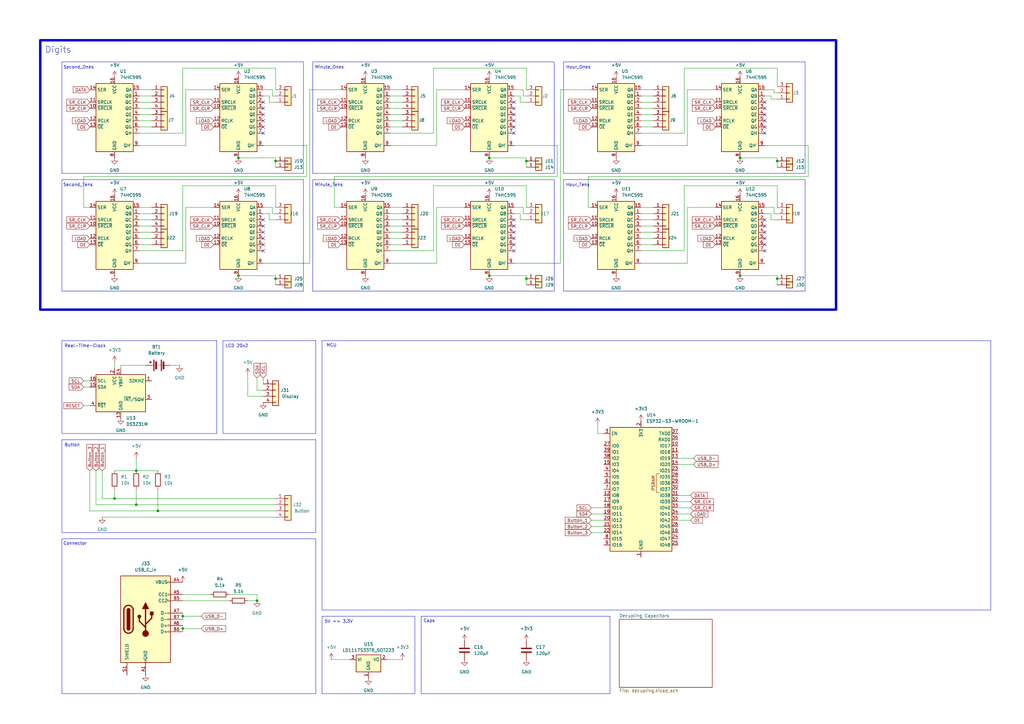
<source format=kicad_sch>
(kicad_sch (version 20231120) (generator "eeschema") (generator_version "8.0")
  (paper "A3")
  (junction (at 303.53 113.03))
  (junction (at 318.77 66.04))
  (junction (at 97.79 113.03))
  (junction (at 318.77 114.3))
  (junction (at 200.66 64.77))
  (junction (at 55.88 207.01))
  (junction (at 113.03 66.04))
  (junction (at 215.9 114.3))
  (junction (at 113.03 114.3))
  (junction (at 303.53 64.77))
  (junction (at 97.79 64.77))
  (junction (at 74.93 252.73))
  (junction (at 215.9 66.04))
  (junction (at 64.77 209.55))
  (junction (at 200.66 113.03))
  (junction (at 74.93 257.81))
  (junction (at 55.88 193.04))
  (junction (at 46.99 204.47))
  (junction (at 105.41 246.38))
  (no_connect (at 210.82 54.61))
  (no_connect (at 107.95 102.87))
  (no_connect (at 107.95 92.71))
  (no_connect (at 313.69 92.71))
  (no_connect (at 313.69 95.25))
  (no_connect (at 313.69 54.61))
  (no_connect (at 313.69 97.79))
  (no_connect (at 107.95 49.53))
  (no_connect (at 210.82 90.17))
  (no_connect (at 210.82 102.87))
  (no_connect (at 313.69 41.91))
  (no_connect (at 313.69 100.33))
  (no_connect (at 210.82 95.25))
  (no_connect (at 210.82 44.45))
  (no_connect (at 107.95 100.33))
  (no_connect (at 107.95 54.61))
  (no_connect (at 210.82 46.99))
  (no_connect (at 313.69 44.45))
  (no_connect (at 210.82 92.71))
  (no_connect (at 210.82 97.79))
  (no_connect (at 107.95 41.91))
  (no_connect (at 313.69 90.17))
  (no_connect (at 210.82 49.53))
  (no_connect (at 107.95 44.45))
  (no_connect (at 313.69 46.99))
  (no_connect (at 210.82 100.33))
  (no_connect (at 313.69 52.07))
  (no_connect (at 107.95 46.99))
  (no_connect (at 313.69 49.53))
  (no_connect (at 107.95 90.17))
  (no_connect (at 210.82 52.07))
  (no_connect (at 313.69 102.87))
  (no_connect (at 107.95 97.79))
  (no_connect (at 210.82 41.91))
  (no_connect (at 107.95 95.25))
  (no_connect (at 107.95 52.07))
  (wire (pts (xy 113.03 204.47) (xy 46.99 204.47)))
  (wire (pts (xy 214.63 87.63) (xy 215.9 87.63)))
  (wire (pts (xy 46.99 204.47) (xy 41.91 204.47)))
  (wire (pts (xy 262.89 95.25) (xy 267.97 95.25)))
  (wire (pts (xy 76.2 107.95) (xy 76.2 85.09)))
  (wire (pts (xy 177.8 27.94) (xy 215.9 27.94)))
  (wire (pts (xy 36.83 193.04) (xy 36.83 209.55)))
  (wire (pts (xy 247.65 177.8) (xy 245.11 177.8)))
  (wire (pts (xy 215.9 66.04) (xy 215.9 64.77)))
  (wire (pts (xy 245.11 177.8) (xy 245.11 173.99)))
  (wire (pts (xy 57.15 54.61) (xy 74.93 54.61)))
  (wire (pts (xy 242.57 218.44) (xy 247.65 218.44)))
  (wire (pts (xy 262.89 90.17) (xy 267.97 90.17)))
  (wire (pts (xy 160.02 107.95) (xy 179.07 107.95)))
  (wire (pts (xy 200.66 113.03) (xy 215.9 113.03)))
  (wire (pts (xy 64.77 209.55) (xy 36.83 209.55)))
  (wire (pts (xy 229.87 107.95) (xy 229.87 36.83)))
  (wire (pts (xy 137.16 85.09) (xy 139.7 85.09)))
  (wire (pts (xy 318.77 116.84) (xy 318.77 114.3)))
  (wire (pts (xy 278.13 203.2) (xy 283.21 203.2)))
  (wire (pts (xy 49.53 149.86) (xy 59.69 149.86)))
  (wire (pts (xy 57.15 39.37) (xy 62.23 39.37)))
  (wire (pts (xy 39.37 193.04) (xy 39.37 207.01)))
  (wire (pts (xy 213.36 90.17) (xy 213.36 87.63)))
  (wire (pts (xy 97.79 113.03) (xy 113.03 113.03)))
  (wire (pts (xy 262.89 46.99) (xy 267.97 46.99)))
  (wire (pts (xy 331.47 59.69) (xy 331.47 72.39)))
  (wire (pts (xy 55.88 187.96) (xy 55.88 193.04)))
  (wire (pts (xy 160.02 59.69) (xy 179.07 59.69)))
  (wire (pts (xy 137.16 72.39) (xy 137.16 85.09)))
  (wire (pts (xy 213.36 41.91) (xy 215.9 41.91)))
  (wire (pts (xy 57.15 36.83) (xy 62.23 36.83)))
  (wire (pts (xy 57.15 46.99) (xy 62.23 46.99)))
  (wire (pts (xy 228.6 72.39) (xy 137.16 72.39)))
  (wire (pts (xy 280.67 102.87) (xy 280.67 76.2)))
  (wire (pts (xy 160.02 39.37) (xy 165.1 39.37)))
  (wire (pts (xy 262.89 100.33) (xy 267.97 100.33)))
  (wire (pts (xy 34.29 156.21) (xy 36.83 156.21)))
  (wire (pts (xy 215.9 68.58) (xy 215.9 66.04)))
  (wire (pts (xy 262.89 39.37) (xy 267.97 39.37)))
  (wire (pts (xy 74.93 256.54) (xy 74.93 257.81)))
  (wire (pts (xy 278.13 210.82) (xy 283.21 210.82)))
  (wire (pts (xy 111.76 39.37) (xy 111.76 36.83)))
  (wire (pts (xy 105.41 160.02) (xy 105.41 154.94)))
  (wire (pts (xy 74.93 243.84) (xy 86.36 243.84)))
  (wire (pts (xy 213.36 87.63) (xy 210.82 87.63)))
  (wire (pts (xy 160.02 85.09) (xy 165.1 85.09)))
  (wire (pts (xy 242.57 215.9) (xy 247.65 215.9)))
  (wire (pts (xy 303.53 64.77) (xy 318.77 64.77)))
  (wire (pts (xy 177.8 54.61) (xy 177.8 27.94)))
  (wire (pts (xy 160.02 41.91) (xy 165.1 41.91)))
  (wire (pts (xy 242.57 210.82) (xy 247.65 210.82)))
  (wire (pts (xy 200.66 64.77) (xy 215.9 64.77)))
  (wire (pts (xy 316.23 40.64) (xy 318.77 40.64)))
  (wire (pts (xy 210.82 59.69) (xy 228.6 59.69)))
  (wire (pts (xy 214.63 36.83) (xy 210.82 36.83)))
  (wire (pts (xy 262.89 52.07) (xy 267.97 52.07)))
  (wire (pts (xy 262.89 85.09) (xy 267.97 85.09)))
  (wire (pts (xy 160.02 46.99) (xy 165.1 46.99)))
  (wire (pts (xy 158.75 270.51) (xy 165.1 270.51)))
  (wire (pts (xy 101.6 162.56) (xy 101.6 153.67)))
  (wire (pts (xy 74.93 251.46) (xy 74.93 252.73)))
  (wire (pts (xy 242.57 208.28) (xy 247.65 208.28)))
  (wire (pts (xy 281.94 59.69) (xy 281.94 36.83)))
  (wire (pts (xy 215.9 76.2) (xy 215.9 85.09)))
  (wire (pts (xy 55.88 193.04) (xy 64.77 193.04)))
  (wire (pts (xy 57.15 90.17) (xy 62.23 90.17)))
  (wire (pts (xy 262.89 92.71) (xy 267.97 92.71)))
  (wire (pts (xy 125.73 72.39) (xy 34.29 72.39)))
  (wire (pts (xy 74.93 102.87) (xy 74.93 76.2)))
  (wire (pts (xy 316.23 90.17) (xy 318.77 90.17)))
  (wire (pts (xy 74.93 257.81) (xy 82.55 257.81)))
  (wire (pts (xy 262.89 97.79) (xy 267.97 97.79)))
  (wire (pts (xy 160.02 54.61) (xy 177.8 54.61)))
  (wire (pts (xy 214.63 39.37) (xy 215.9 39.37)))
  (wire (pts (xy 57.15 87.63) (xy 62.23 87.63)))
  (wire (pts (xy 229.87 36.83) (xy 242.57 36.83)))
  (wire (pts (xy 74.93 252.73) (xy 74.93 254)))
  (wire (pts (xy 113.03 207.01) (xy 55.88 207.01)))
  (wire (pts (xy 74.93 246.38) (xy 93.98 246.38)))
  (wire (pts (xy 318.77 114.3) (xy 318.77 113.03)))
  (wire (pts (xy 278.13 205.74) (xy 283.21 205.74)))
  (wire (pts (xy 57.15 49.53) (xy 62.23 49.53)))
  (wire (pts (xy 160.02 92.71) (xy 165.1 92.71)))
  (wire (pts (xy 318.77 66.04) (xy 318.77 64.77)))
  (wire (pts (xy 57.15 52.07) (xy 62.23 52.07)))
  (wire (pts (xy 316.23 90.17) (xy 316.23 87.63)))
  (wire (pts (xy 210.82 107.95) (xy 229.87 107.95)))
  (wire (pts (xy 241.3 72.39) (xy 241.3 85.09)))
  (wire (pts (xy 107.95 107.95) (xy 127 107.95)))
  (wire (pts (xy 160.02 87.63) (xy 165.1 87.63)))
  (wire (pts (xy 280.67 76.2) (xy 318.77 76.2)))
  (wire (pts (xy 179.07 59.69) (xy 179.07 36.83)))
  (wire (pts (xy 160.02 52.07) (xy 165.1 52.07)))
  (wire (pts (xy 278.13 187.96) (xy 284.48 187.96)))
  (wire (pts (xy 215.9 116.84) (xy 215.9 114.3)))
  (wire (pts (xy 46.99 148.59) (xy 46.99 151.13)))
  (wire (pts (xy 262.89 102.87) (xy 280.67 102.87)))
  (wire (pts (xy 317.5 38.1) (xy 317.5 36.83)))
  (wire (pts (xy 34.29 85.09) (xy 36.83 85.09)))
  (wire (pts (xy 111.76 39.37) (xy 113.03 39.37)))
  (wire (pts (xy 110.49 39.37) (xy 107.95 39.37)))
  (wire (pts (xy 215.9 114.3) (xy 215.9 113.03)))
  (wire (pts (xy 281.94 85.09) (xy 293.37 85.09)))
  (wire (pts (xy 179.07 36.83) (xy 190.5 36.83)))
  (wire (pts (xy 316.23 40.64) (xy 316.23 39.37)))
  (wire (pts (xy 242.57 213.36) (xy 247.65 213.36)))
  (wire (pts (xy 278.13 190.5) (xy 284.48 190.5)))
  (wire (pts (xy 278.13 213.36) (xy 283.21 213.36)))
  (wire (pts (xy 179.07 85.09) (xy 190.5 85.09)))
  (wire (pts (xy 74.93 27.94) (xy 113.03 27.94)))
  (wire (pts (xy 57.15 85.09) (xy 62.23 85.09)))
  (wire (pts (xy 110.49 87.63) (xy 107.95 87.63)))
  (wire (pts (xy 76.2 36.83) (xy 87.63 36.83)))
  (wire (pts (xy 34.29 158.75) (xy 36.83 158.75)))
  (wire (pts (xy 64.77 200.66) (xy 64.77 209.55)))
  (wire (pts (xy 262.89 41.91) (xy 267.97 41.91)))
  (wire (pts (xy 113.03 116.84) (xy 113.03 114.3)))
  (wire (pts (xy 262.89 87.63) (xy 267.97 87.63)))
  (wire (pts (xy 281.94 107.95) (xy 281.94 85.09)))
  (wire (pts (xy 317.5 85.09) (xy 313.69 85.09)))
  (wire (pts (xy 107.95 162.56) (xy 101.6 162.56)))
  (wire (pts (xy 262.89 36.83) (xy 267.97 36.83)))
  (wire (pts (xy 278.13 208.28) (xy 283.21 208.28)))
  (wire (pts (xy 318.77 76.2) (xy 318.77 85.09)))
  (wire (pts (xy 318.77 27.94) (xy 318.77 35.56)))
  (wire (pts (xy 160.02 102.87) (xy 177.8 102.87)))
  (wire (pts (xy 160.02 100.33) (xy 165.1 100.33)))
  (wire (pts (xy 97.79 64.77) (xy 113.03 64.77)))
  (wire (pts (xy 57.15 102.87) (xy 74.93 102.87)))
  (wire (pts (xy 74.93 257.81) (xy 74.93 259.08)))
  (wire (pts (xy 107.95 154.94) (xy 107.95 157.48)))
  (wire (pts (xy 76.2 59.69) (xy 76.2 36.83)))
  (wire (pts (xy 74.93 252.73) (xy 82.55 252.73)))
  (wire (pts (xy 262.89 49.53) (xy 267.97 49.53)))
  (wire (pts (xy 113.03 27.94) (xy 113.03 36.83)))
  (wire (pts (xy 34.29 72.39) (xy 34.29 85.09)))
  (wire (pts (xy 113.03 209.55) (xy 64.77 209.55)))
  (wire (pts (xy 213.36 90.17) (xy 215.9 90.17)))
  (wire (pts (xy 214.63 39.37) (xy 214.63 36.83)))
  (wire (pts (xy 74.93 54.61) (xy 74.93 27.94)))
  (wire (pts (xy 69.85 149.86) (xy 73.66 149.86)))
  (wire (pts (xy 228.6 59.69) (xy 228.6 72.39)))
  (wire (pts (xy 113.03 66.04) (xy 113.03 64.77)))
  (wire (pts (xy 57.15 100.33) (xy 62.23 100.33)))
  (wire (pts (xy 262.89 59.69) (xy 281.94 59.69)))
  (wire (pts (xy 160.02 90.17) (xy 165.1 90.17)))
  (wire (pts (xy 107.95 160.02) (xy 105.41 160.02)))
  (wire (pts (xy 76.2 85.09) (xy 87.63 85.09)))
  (wire (pts (xy 74.93 76.2) (xy 113.03 76.2)))
  (wire (pts (xy 135.89 270.51) (xy 143.51 270.51)))
  (wire (pts (xy 179.07 107.95) (xy 179.07 85.09)))
  (wire (pts (xy 213.36 41.91) (xy 213.36 39.37)))
  (wire (pts (xy 160.02 44.45) (xy 165.1 44.45)))
  (wire (pts (xy 57.15 41.91) (xy 62.23 41.91)))
  (wire (pts (xy 57.15 92.71) (xy 62.23 92.71)))
  (wire (pts (xy 160.02 49.53) (xy 165.1 49.53)))
  (wire (pts (xy 177.8 102.87) (xy 177.8 76.2)))
  (wire (pts (xy 317.5 87.63) (xy 318.77 87.63)))
  (wire (pts (xy 262.89 44.45) (xy 267.97 44.45)))
  (wire (pts (xy 113.03 68.58) (xy 113.03 66.04)))
  (wire (pts (xy 41.91 212.09) (xy 113.03 212.09)))
  (wire (pts (xy 127 107.95) (xy 127 36.83)))
  (wire (pts (xy 313.69 59.69) (xy 331.47 59.69)))
  (wire (pts (xy 213.36 39.37) (xy 210.82 39.37)))
  (wire (pts (xy 110.49 41.91) (xy 110.49 39.37)))
  (wire (pts (xy 318.77 68.58) (xy 318.77 66.04)))
  (wire (pts (xy 113.03 114.3) (xy 113.03 113.03)))
  (wire (pts (xy 34.29 166.37) (xy 36.83 166.37)))
  (wire (pts (xy 49.53 151.13) (xy 49.53 149.86)))
  (wire (pts (xy 317.5 38.1) (xy 318.77 38.1)))
  (wire (pts (xy 55.88 207.01) (xy 39.37 207.01)))
  (wire (pts (xy 110.49 41.91) (xy 113.03 41.91)))
  (wire (pts (xy 316.23 39.37) (xy 313.69 39.37)))
  (wire (pts (xy 125.73 59.69) (xy 125.73 72.39)))
  (wire (pts (xy 111.76 85.09) (xy 107.95 85.09)))
  (wire (pts (xy 177.8 76.2) (xy 215.9 76.2)))
  (wire (pts (xy 57.15 107.95) (xy 76.2 107.95)))
  (wire (pts (xy 93.98 243.84) (xy 105.41 243.84)))
  (wire (pts (xy 111.76 87.63) (xy 113.03 87.63)))
  (wire (pts (xy 215.9 27.94) (xy 215.9 36.83)))
  (wire (pts (xy 281.94 36.83) (xy 293.37 36.83)))
  (wire (pts (xy 105.41 243.84) (xy 105.41 246.38)))
  (wire (pts (xy 111.76 87.63) (xy 111.76 85.09)))
  (wire (pts (xy 160.02 97.79) (xy 165.1 97.79)))
  (wire (pts (xy 303.53 113.03) (xy 318.77 113.03)))
  (wire (pts (xy 57.15 95.25) (xy 62.23 95.25)))
  (wire (pts (xy 113.03 76.2) (xy 113.03 85.09)))
  (wire (pts (xy 57.15 97.79) (xy 62.23 97.79)))
  (wire (pts (xy 214.63 85.09) (xy 210.82 85.09)))
  (wire (pts (xy 46.99 193.04) (xy 55.88 193.04)))
  (wire (pts (xy 57.15 59.69) (xy 76.2 59.69)))
  (wire (pts (xy 262.89 54.61) (xy 280.67 54.61)))
  (wire (pts (xy 110.49 90.17) (xy 113.03 90.17)))
  (wire (pts (xy 110.49 90.17) (xy 110.49 87.63)))
  (wire (pts (xy 46.99 200.66) (xy 46.99 204.47)))
  (wire (pts (xy 280.67 54.61) (xy 280.67 27.94)))
  (wire (pts (xy 241.3 85.09) (xy 242.57 85.09)))
  (wire (pts (xy 55.88 200.66) (xy 55.88 207.01)))
  (wire (pts (xy 317.5 87.63) (xy 317.5 85.09)))
  (wire (pts (xy 57.15 44.45) (xy 62.23 44.45)))
  (wire (pts (xy 316.23 87.63) (xy 313.69 87.63)))
  (wire (pts (xy 101.6 246.38) (xy 105.41 246.38)))
  (wire (pts (xy 107.95 59.69) (xy 125.73 59.69)))
  (wire (pts (xy 280.67 27.94) (xy 318.77 27.94)))
  (wire (pts (xy 41.91 193.04) (xy 41.91 204.47)))
  (wire (pts (xy 262.89 107.95) (xy 281.94 107.95)))
  (wire (pts (xy 127 36.83) (xy 139.7 36.83)))
  (wire (pts (xy 160.02 36.83) (xy 165.1 36.83)))
  (wire (pts (xy 111.76 36.83) (xy 107.95 36.83)))
  (wire (pts (xy 160.02 95.25) (xy 165.1 95.25)))
  (wire (pts (xy 214.63 87.63) (xy 214.63 85.09)))
  (wire (pts (xy 317.5 36.83) (xy 313.69 36.83)))
  (wire (pts (xy 331.47 72.39) (xy 241.3 72.39)))
  (rectangle (start 231.14 25.4) (end 330.2 71.12))
  (rectangle (start 25.4 25.4) (end 124.46 71.12))
  (rectangle (start 25.4 73.66) (end 124.46 119.38))
  (rectangle (start 25.4 220.98) (end 129.54 284.48))
  (rectangle (start 91.44 139.7) (end 129.54 177.8))
  (rectangle (start 16.51 16.51) (end 342.9 127) (stroke (width 1)))
  (rectangle (start 172.72 252.73) (end 250.19 284.48))
  (rectangle (start 132.08 252.73) (end 170.18 284.48))
  (rectangle (start 132.08 139.7) (end 406.4 250.19))
  (rectangle (start 128.27 73.66) (end 227.33 119.38))
  (rectangle (start 25.4 180.34) (end 129.54 218.44))
  (rectangle (start 128.27 25.4) (end 227.33 71.12))
  (rectangle (start 25.4 139.7) (end 88.9 177.8))
  (rectangle (start 231.14 73.66) (end 330.2 119.38))
  (text "5V => 3.3V" (at 133.096 255.016 0) (effects (font (size 1.27 1.27)) (justify left)))
  (text "Caps" (at 176.022 254.762 0) (effects (font (size 1.27 1.27))))
  (text "Button" (at 26.416 182.626 0) (effects (font (size 1.27 1.27)) (justify left)))
  (text "Hour_Tens" (at 236.982 75.946 0) (effects (font (size 1.27 1.27))))
  (text "LCD 20x2 " (at 92.456 141.986 0) (effects (font (size 1.27 1.27)) (justify left)))
  (text "Digits" (at 23.876 20.574 0) (effects (font (size 2.54 2.54))))
  (text "Connector" (at 25.908 223.012 0) (effects (font (size 1.27 1.27)) (justify left)))
  (text "Minute_Ones" (at 135.128 27.686 0) (effects (font (size 1.27 1.27))))
  (text "Minute_Tens" (at 134.874 75.946 0) (effects (font (size 1.27 1.27))))
  (text "Second_Ones" (at 32.258 27.686 0) (effects (font (size 1.27 1.27))))
  (text "Second_Tens" (at 32.004 75.946 0) (effects (font (size 1.27 1.27))))
  (text "Hour_Ones" (at 237.236 27.686 0) (effects (font (size 1.27 1.27))))
  (text "Real-Time-Clock" (at 26.416 141.986 0) (effects (font (size 1.27 1.27)) (justify left)))
  (text "MCU" (at 133.858 141.732 0) (effects (font (size 1.27 1.27)) (justify left)))
  (global_label "USB_D-" (shape input) (at 284.48 187.96 0) (property "Intersheetrefs" "${INTERSHEET_REFS}" (effects (hide yes))))
  (global_label "OE" (shape input) (at 283.21 213.36 0) (property "Intersheetrefs" "${INTERSHEET_REFS}" (effects (hide yes))))
  (global_label "SR_CLR" (shape input) (at 190.5 44.45 180) (property "Intersheetrefs" "${INTERSHEET_REFS}" (effects (hide yes))))
  (global_label "OE" (shape input) (at 242.57 100.33 180) (property "Intersheetrefs" "${INTERSHEET_REFS}" (effects (hide yes))))
  (global_label "SR_CLR" (shape input) (at 293.37 92.71 180) (property "Intersheetrefs" "${INTERSHEET_REFS}" (effects (hide yes))))
  (global_label "LOAD" (shape input) (at 87.63 49.53 180) (property "Intersheetrefs" "${INTERSHEET_REFS}" (effects (hide yes))))
  (global_label "Button_2" (shape input) (at 39.37 193.04 90) (property "Intersheetrefs" "${INTERSHEET_REFS}" (effects (hide yes))))
  (global_label "DATA" (shape input) (at 283.21 203.2 0) (property "Intersheetrefs" "${INTERSHEET_REFS}" (effects (hide yes))))
  (global_label "OE" (shape input) (at 293.37 52.07 180) (property "Intersheetrefs" "${INTERSHEET_REFS}" (effects (hide yes))))
  (global_label "LOAD" (shape input) (at 293.37 97.79 180) (property "Intersheetrefs" "${INTERSHEET_REFS}" (effects (hide yes))))
  (global_label "SR_CLK" (shape input) (at 190.5 90.17 180) (property "Intersheetrefs" "${INTERSHEET_REFS}" (effects (hide yes))))
  (global_label "OE" (shape input) (at 293.37 100.33 180) (property "Intersheetrefs" "${INTERSHEET_REFS}" (effects (hide yes))))
  (global_label "SR_CLR" (shape input) (at 139.7 44.45 180) (property "Intersheetrefs" "${INTERSHEET_REFS}" (effects (hide yes))))
  (global_label "RESET" (shape input) (at 34.29 166.37 180) (property "Intersheetrefs" "${INTERSHEET_REFS}" (effects (hide yes))))
  (global_label "SR_CLK" (shape input) (at 87.63 41.91 180) (property "Intersheetrefs" "${INTERSHEET_REFS}" (effects (hide yes))))
  (global_label "SDA" (shape input) (at 242.57 210.82 180) (property "Intersheetrefs" "${INTERSHEET_REFS}" (effects (hide yes))))
  (global_label "LOAD" (shape input) (at 293.37 49.53 180) (property "Intersheetrefs" "${INTERSHEET_REFS}" (effects (hide yes))))
  (global_label "LOAD" (shape input) (at 242.57 49.53 180) (property "Intersheetrefs" "${INTERSHEET_REFS}" (effects (hide yes))))
  (global_label "OE" (shape input) (at 139.7 100.33 180) (property "Intersheetrefs" "${INTERSHEET_REFS}" (effects (hide yes))))
  (global_label "DATA" (shape input) (at 36.83 36.83 180) (property "Intersheetrefs" "${INTERSHEET_REFS}" (effects (hide yes))))
  (global_label "SDA" (shape input) (at 105.41 154.94 90) (property "Intersheetrefs" "${INTERSHEET_REFS}" (effects (hide yes))))
  (global_label "OE" (shape input) (at 36.83 100.33 180) (property "Intersheetrefs" "${INTERSHEET_REFS}" (effects (hide yes))))
  (global_label "Button_2" (shape input) (at 242.57 215.9 180) (property "Intersheetrefs" "${INTERSHEET_REFS}" (effects (hide yes))))
  (global_label "SR_CLK" (shape input) (at 293.37 90.17 180) (property "Intersheetrefs" "${INTERSHEET_REFS}" (effects (hide yes))))
  (global_label "SR_CLR" (shape input) (at 283.21 208.28 0) (property "Intersheetrefs" "${INTERSHEET_REFS}" (effects (hide yes))))
  (global_label "Button_1" (shape input) (at 242.57 213.36 180) (property "Intersheetrefs" "${INTERSHEET_REFS}" (effects (hide yes))))
  (global_label "SR_CLR" (shape input) (at 242.57 92.71 180) (property "Intersheetrefs" "${INTERSHEET_REFS}" (effects (hide yes))))
  (global_label "SCL" (shape input) (at 107.95 154.94 90) (property "Intersheetrefs" "${INTERSHEET_REFS}" (effects (hide yes))))
  (global_label "SR_CLR" (shape input) (at 36.83 92.71 180) (property "Intersheetrefs" "${INTERSHEET_REFS}" (effects (hide yes))))
  (global_label "OE" (shape input) (at 87.63 100.33 180) (property "Intersheetrefs" "${INTERSHEET_REFS}" (effects (hide yes))))
  (global_label "SR_CLK" (shape input) (at 242.57 41.91 180) (property "Intersheetrefs" "${INTERSHEET_REFS}" (effects (hide yes))))
  (global_label "Button_3" (shape input) (at 242.57 218.44 180) (property "Intersheetrefs" "${INTERSHEET_REFS}" (effects (hide yes))))
  (global_label "OE" (shape input) (at 190.5 100.33 180) (property "Intersheetrefs" "${INTERSHEET_REFS}" (effects (hide yes))))
  (global_label "LOAD" (shape input) (at 283.21 210.82 0) (property "Intersheetrefs" "${INTERSHEET_REFS}" (effects (hide yes))))
  (global_label "Button_3" (shape input) (at 36.83 193.04 90) (property "Intersheetrefs" "${INTERSHEET_REFS}" (effects (hide yes))))
  (global_label "OE" (shape input) (at 242.57 52.07 180) (property "Intersheetrefs" "${INTERSHEET_REFS}" (effects (hide yes))))
  (global_label "SR_CLK" (shape input) (at 139.7 41.91 180) (property "Intersheetrefs" "${INTERSHEET_REFS}" (effects (hide yes))))
  (global_label "SR_CLR" (shape input) (at 190.5 92.71 180) (property "Intersheetrefs" "${INTERSHEET_REFS}" (effects (hide yes))))
  (global_label "SR_CLR" (shape input) (at 87.63 44.45 180) (property "Intersheetrefs" "${INTERSHEET_REFS}" (effects (hide yes))))
  (global_label "USB_D-" (shape input) (at 82.55 252.73 0) (property "Intersheetrefs" "${INTERSHEET_REFS}" (effects (hide yes))))
  (global_label "SR_CLK" (shape input) (at 36.83 90.17 180) (property "Intersheetrefs" "${INTERSHEET_REFS}" (effects (hide yes))))
  (global_label "SCL" (shape input) (at 34.29 156.21 180) (property "Intersheetrefs" "${INTERSHEET_REFS}" (effects (hide yes))))
  (global_label "USB_D+" (shape input) (at 82.55 257.81 0) (property "Intersheetrefs" "${INTERSHEET_REFS}" (effects (hide yes))))
  (global_label "LOAD" (shape input) (at 36.83 49.53 180) (property "Intersheetrefs" "${INTERSHEET_REFS}" (effects (hide yes))))
  (global_label "SR_CLR" (shape input) (at 293.37 44.45 180) (property "Intersheetrefs" "${INTERSHEET_REFS}" (effects (hide yes))))
  (global_label "SR_CLR" (shape input) (at 36.83 44.45 180) (property "Intersheetrefs" "${INTERSHEET_REFS}" (effects (hide yes))))
  (global_label "SR_CLK" (shape input) (at 36.83 41.91 180) (property "Intersheetrefs" "${INTERSHEET_REFS}" (effects (hide yes))))
  (global_label "OE" (shape input) (at 190.5 52.07 180) (property "Intersheetrefs" "${INTERSHEET_REFS}" (effects (hide yes))))
  (global_label "SR_CLR" (shape input) (at 87.63 92.71 180) (property "Intersheetrefs" "${INTERSHEET_REFS}" (effects (hide yes))))
  (global_label "SR_CLK" (shape input) (at 87.63 90.17 180) (property "Intersheetrefs" "${INTERSHEET_REFS}" (effects (hide yes))))
  (global_label "LOAD" (shape input) (at 87.63 97.79 180) (property "Intersheetrefs" "${INTERSHEET_REFS}" (effects (hide yes))))
  (global_label "LOAD" (shape input) (at 139.7 49.53 180) (property "Intersheetrefs" "${INTERSHEET_REFS}" (effects (hide yes))))
  (global_label "SDA" (shape input) (at 34.29 158.75 180) (property "Intersheetrefs" "${INTERSHEET_REFS}" (effects (hide yes))))
  (global_label "SR_CLK" (shape input) (at 242.57 90.17 180) (property "Intersheetrefs" "${INTERSHEET_REFS}" (effects (hide yes))))
  (global_label "Button_1" (shape input) (at 41.91 193.04 90) (property "Intersheetrefs" "${INTERSHEET_REFS}" (effects (hide yes))))
  (global_label "LOAD" (shape input) (at 36.83 97.79 180) (property "Intersheetrefs" "${INTERSHEET_REFS}" (effects (hide yes))))
  (global_label "LOAD" (shape input) (at 139.7 97.79 180) (property "Intersheetrefs" "${INTERSHEET_REFS}" (effects (hide yes))))
  (global_label "USB_D+" (shape input) (at 284.48 190.5 0) (property "Intersheetrefs" "${INTERSHEET_REFS}" (effects (hide yes))))
  (global_label "SR_CLK" (shape input) (at 190.5 41.91 180) (property "Intersheetrefs" "${INTERSHEET_REFS}" (effects (hide yes))))
  (global_label "SR_CLR" (shape input) (at 242.57 44.45 180) (property "Intersheetrefs" "${INTERSHEET_REFS}" (effects (hide yes))))
  (global_label "SR_CLR" (shape input) (at 139.7 92.71 180) (property "Intersheetrefs" "${INTERSHEET_REFS}" (effects (hide yes))))
  (global_label "LOAD" (shape input) (at 190.5 49.53 180) (property "Intersheetrefs" "${INTERSHEET_REFS}" (effects (hide yes))))
  (global_label "OE" (shape input) (at 87.63 52.07 180) (property "Intersheetrefs" "${INTERSHEET_REFS}" (effects (hide yes))))
  (global_label "SR_CLK" (shape input) (at 293.37 41.91 180) (property "Intersheetrefs" "${INTERSHEET_REFS}" (effects (hide yes))))
  (global_label "LOAD" (shape input) (at 190.5 97.79 180) (property "Intersheetrefs" "${INTERSHEET_REFS}" (effects (hide yes))))
  (global_label "LOAD" (shape input) (at 242.57 97.79 180) (property "Intersheetrefs" "${INTERSHEET_REFS}" (effects (hide yes))))
  (global_label "OE" (shape input) (at 36.83 52.07 180) (property "Intersheetrefs" "${INTERSHEET_REFS}" (effects (hide yes))))
  (global_label "OE" (shape input) (at 139.7 52.07 180) (property "Intersheetrefs" "${INTERSHEET_REFS}" (effects (hide yes))))
  (global_label "SR_CLK" (shape input) (at 139.7 90.17 180) (property "Intersheetrefs" "${INTERSHEET_REFS}" (effects (hide yes))))
  (global_label "SCL" (shape input) (at 242.57 208.28 180) (property "Intersheetrefs" "${INTERSHEET_REFS}" (effects (hide yes))))
  (global_label "SR_CLK" (shape input) (at 283.21 205.74 0) (property "Intersheetrefs" "${INTERSHEET_REFS}" (effects (hide yes))))
  (symbol (lib_id "power:GND") (at 252.73 64.77 0) (unit 1)
    (property "Reference" "#PWR011" (effects (hide yes)))
    (property "Value" "GND" (at 252.73 69.85 0))
    (property "Description" "Power symbol creates a global label with name \"GND\" , ground" (effects (hide yes)))
  )
  (symbol (lib_id "power:GND") (at 49.53 171.45 0) (unit 1)
    (property "Reference" "#PWR029" (effects (hide yes)))
    (property "Value" "GND" (at 49.53 176.53 0))
    (property "Description" "Power symbol creates a global label with name \"GND\" , ground" (effects (hide yes)))
  )
  (symbol (lib_id "74xx:74HC595") (at 200.66 46.99 0) (unit 1)
    (property "Reference" "U4" (at 202.8541 29.21 0) (effects (justify left)))
    (property "Value" "74HC595" (at 202.8541 31.75 0) (effects (justify left)))
    (property "Footprint" "Package_SO:SO-16_3.9x9.9mm_P1.27mm" (effects (hide yes)))
    (property "Datasheet" "http://www.ti.com/lit/ds/symlink/sn74hc595.pdf" (effects (hide yes)))
    (property "Description" "8-bit serial in/out Shift Register 3-State Outputs" (effects (hide yes)))
  )
  (symbol (lib_id "Connector_Generic:Conn_01x01") (at 323.85 116.84 0) (unit 1)
    (property "Reference" "J30" (at 326.39 116.84 0) (effects (justify left)))
    (property "Value" "GND" (effects (hide yes)))
    (property "Footprint" "Connector_PinSocket_2.00mm:PinSocket_1x01_P2.00mm_Vertical" (effects (hide yes)))
    (property "Description" "Generic connector, single row, 01x01, script generated (kicad-library-utils/schlib/autogen/connector/)" (effects (hide yes)))
  )
  (symbol (lib_id "power:GND") (at 41.91 212.09 0) (unit 1)
    (property "Reference" "#PWR033" (effects (hide yes)))
    (property "Value" "GND" (at 41.91 217.17 0))
    (property "Description" "Power symbol creates a global label with name \"GND\" , ground" (effects (hide yes)))
  )
  (symbol (lib_id "Connector_Generic:Conn_01x03") (at 67.31 97.79 0) (mirror x) (unit 1)
    (property "Reference" "J22" (at 70.104 97.536 0))
    (property "Value" "Conn_01x03" (effects (hide yes)))
    (property "Footprint" "Connector_PinSocket_2.00mm:PinSocket_1x03_P2.00mm_Vertical" (effects (hide yes)))
    (property "Description" "Generic connector, single row, 01x03, script generated (kicad-library-utils/schlib/autogen/connector/)" (effects (hide yes)))
  )
  (symbol (lib_id "power:+5V") (at 97.79 80.01 0) (unit 1)
    (property "Reference" "#PWR014" (effects (hide yes)))
    (property "Value" "+5V" (at 97.79 74.93 0))
    (property "Description" "Power symbol creates a global label with name \"+5V\"" (effects (hide yes)))
  )
  (symbol (lib_id "Connector_Generic:Conn_01x03") (at 323.85 38.1 0) (mirror x) (unit 1)
    (property "Reference" "J3" (at 326.39 38.1 0))
    (property "Value" "Conn_01x03" (effects (hide yes)))
    (property "Footprint" "Connector_PinSocket_2.00mm:PinSocket_1x03_P2.00mm_Vertical" (effects (hide yes)))
    (property "Description" "Generic connector, single row, 01x03, script generated (kicad-library-utils/schlib/autogen/connector/)" (effects (hide yes)))
  )
  (symbol (lib_id "Connector_Generic:Conn_01x03") (at 170.18 49.53 0) (mirror x) (unit 1)
    (property "Reference" "J8" (at 172.974 49.276 0))
    (property "Value" "Conn_01x03" (effects (hide yes)))
    (property "Footprint" "Connector_PinSocket_2.00mm:PinSocket_1x03_P2.00mm_Vertical" (effects (hide yes)))
    (property "Description" "Generic connector, single row, 01x03, script generated (kicad-library-utils/schlib/autogen/connector/)" (effects (hide yes)))
  )
  (symbol (lib_id "Connector_Generic:Conn_01x03") (at 67.31 49.53 0) (mirror x) (unit 1)
    (property "Reference" "J7" (at 70.104 49.276 0))
    (property "Value" "Conn_01x03" (effects (hide yes)))
    (property "Footprint" "Connector_PinSocket_2.00mm:PinSocket_1x03_P2.00mm_Vertical" (effects (hide yes)))
    (property "Description" "Generic connector, single row, 01x03, script generated (kicad-library-utils/schlib/autogen/connector/)" (effects (hide yes)))
  )
  (symbol (lib_id "Connector_Generic:Conn_01x04") (at 170.18 39.37 0) (unit 1)
    (property "Reference" "J5" (at 172.212 39.37 0) (effects (justify left)))
    (property "Value" "Conn_01x04" (effects (hide yes)))
    (property "Footprint" "Connector_PinSocket_2.00mm:PinSocket_1x04_P2.00mm_Vertical" (effects (hide yes)))
    (property "Description" "Generic connector, single row, 01x04, script generated (kicad-library-utils/schlib/autogen/connector/)" (effects (hide yes)))
  )
  (symbol (lib_id "Device:R") (at 55.88 196.85 180) (unit 1)
    (property "Reference" "R2" (at 58.42 195.5799 0) (effects (justify right)))
    (property "Value" "10k" (at 58.42 198.1199 0) (effects (justify right)))
    (property "Footprint" "Resistor_SMD:R_1206_3216Metric_Pad1.30x1.75mm_HandSolder" (effects (hide yes)))
  )
  (symbol (lib_id "power:+5V") (at 46.99 80.01 0) (unit 1)
    (property "Reference" "#PWR013" (effects (hide yes)))
    (property "Value" "+5V" (at 46.99 74.93 0))
    (property "Description" "Power symbol creates a global label with name \"+5V\"" (effects (hide yes)))
  )
  (symbol (lib_id "power:GND") (at 190.5 270.51 0) (unit 1)
    (property "Reference" "#PWR044" (effects (hide yes)))
    (property "Value" "GND" (at 190.5 275.59 0))
    (property "Description" "Power symbol creates a global label with name \"GND\" , ground" (effects (hide yes)))
  )
  (symbol (lib_id "power:GND") (at 149.86 64.77 0) (unit 1)
    (property "Reference" "#PWR09" (effects (hide yes)))
    (property "Value" "GND" (at 149.86 69.85 0))
    (property "Description" "Power symbol creates a global label with name \"GND\" , ground" (effects (hide yes)))
  )
  (symbol (lib_id "power:+5V") (at 200.66 80.01 0) (unit 1)
    (property "Reference" "#PWR016" (effects (hide yes)))
    (property "Value" "+5V" (at 200.66 74.93 0))
    (property "Description" "Power symbol creates a global label with name \"+5V\"" (effects (hide yes)))
  )
  (symbol (lib_id "74xx:74HC595") (at 46.99 46.99 0) (unit 1)
    (property "Reference" "U1" (at 49.1841 29.21 0) (effects (justify left)))
    (property "Value" "74HC595" (at 49.1841 31.75 0) (effects (justify left)))
    (property "Footprint" "Package_SO:SO-16_3.9x9.9mm_P1.27mm" (effects (hide yes)))
    (property "Datasheet" "http://www.ti.com/lit/ds/symlink/sn74hc595.pdf" (effects (hide yes)))
    (property "Description" "8-bit serial in/out Shift Register 3-State Outputs" (effects (hide yes)))
  )
  (symbol (lib_id "power:GND") (at 252.73 113.03 0) (unit 1)
    (property "Reference" "#PWR023" (effects (hide yes)))
    (property "Value" "GND" (at 252.73 118.11 0))
    (property "Description" "Power symbol creates a global label with name \"GND\" , ground" (effects (hide yes)))
  )
  (symbol (lib_id "Device:R") (at 90.17 243.84 270) (unit 1)
    (property "Reference" "R4" (at 90.17 237.49 90))
    (property "Value" "5.1k" (at 90.17 240.03 90))
    (property "Footprint" "Resistor_SMD:R_1206_3216Metric_Pad1.30x1.75mm_HandSolder" (effects (hide yes)))
  )
  (symbol (lib_id "Regulator_Linear:LD1117S33TR_SOT223") (at 151.13 270.51 0) (unit 1)
    (property "Reference" "U15" (at 151.13 264.16 0))
    (property "Value" "LD1117S33TR_SOT223" (at 151.13 266.7 0))
    (property "Footprint" "Package_TO_SOT_SMD:SOT-223-3_TabPin2" (effects (hide yes)))
    (property "Datasheet" "http://www.st.com/st-web-ui/static/active/en/resource/technical/document/datasheet/CD00000544.pdf" (effects (hide yes)))
    (property "Description" "800mA Fixed Low Drop Positive Voltage Regulator, Fixed Output 3.3V, SOT-223" (effects (hide yes)))
  )
  (symbol (lib_id "Device:Battery") (at 64.77 149.86 90) (unit 1)
    (property "Reference" "BT1" (at 64.1985 142.24 90))
    (property "Value" "Battery" (at 64.1985 144.78 90))
    (property "Footprint" "Battery:BatteryHolder_Multicomp_BC-2001_1x2032" (effects (hide yes)))
    (property "Description" "Multiple-cell battery" (effects (hide yes)))
  )
  (symbol (lib_id "Connector_Generic:Conn_01x03") (at 220.98 39.37 0) (mirror x) (unit 1)
    (property "Reference" "J2" (at 223.52 39.37 0))
    (property "Value" "Conn_01x03" (effects (hide yes)))
    (property "Footprint" "Connector_PinSocket_2.00mm:PinSocket_1x03_P2.00mm_Vertical" (effects (hide yes)))
    (property "Description" "Generic connector, single row, 01x03, script generated (kicad-library-utils/schlib/autogen/connector/)" (effects (hide yes)))
  )
  (symbol (lib_id "Connector_Generic:Conn_01x04") (at 170.18 87.63 0) (unit 1)
    (property "Reference" "J20" (at 172.212 87.63 0) (effects (justify left)))
    (property "Value" "Conn_01x04" (effects (hide yes)))
    (property "Footprint" "Connector_PinSocket_2.00mm:PinSocket_1x04_P2.00mm_Vertical" (effects (hide yes)))
    (property "Description" "Generic connector, single row, 01x04, script generated (kicad-library-utils/schlib/autogen/connector/)" (effects (hide yes)))
  )
  (symbol (lib_id "Device:R") (at 64.77 196.85 180) (unit 1)
    (property "Reference" "R3" (at 67.31 195.5799 0) (effects (justify right)))
    (property "Value" "10k" (at 67.31 198.1199 0) (effects (justify right)))
    (property "Footprint" "Resistor_SMD:R_1206_3216Metric_Pad1.30x1.75mm_HandSolder" (effects (hide yes)))
  )
  (symbol (lib_id "Connector_Generic:Conn_01x01") (at 323.85 66.04 0) (unit 1)
    (property "Reference" "J12" (at 326.39 66.04 0) (effects (justify left)))
    (property "Value" "GND" (effects (hide yes)))
    (property "Footprint" "Connector_PinSocket_2.00mm:PinSocket_1x01_P2.00mm_Vertical" (effects (hide yes)))
    (property "Description" "Generic connector, single row, 01x01, script generated (kicad-library-utils/schlib/autogen/connector/)" (effects (hide yes)))
  )
  (symbol (lib_id "power:+5V") (at 97.79 31.75 0) (unit 1)
    (property "Reference" "#PWR02" (effects (hide yes)))
    (property "Value" "+5V" (at 97.79 26.67 0))
    (property "Description" "Power symbol creates a global label with name \"+5V\"" (effects (hide yes)))
  )
  (symbol (lib_id "power:GND") (at 215.9 270.51 0) (unit 1)
    (property "Reference" "#PWR047" (effects (hide yes)))
    (property "Value" "GND" (at 215.9 275.59 0))
    (property "Description" "Power symbol creates a global label with name \"GND\" , ground" (effects (hide yes)))
  )
  (symbol (lib_id "power:+5V") (at 303.53 80.01 0) (unit 1)
    (property "Reference" "#PWR018" (effects (hide yes)))
    (property "Value" "+5V" (at 303.53 74.93 0))
    (property "Description" "Power symbol creates a global label with name \"+5V\"" (effects (hide yes)))
  )
  (symbol (lib_id "power:+5V") (at 149.86 80.01 0) (unit 1)
    (property "Reference" "#PWR015" (effects (hide yes)))
    (property "Value" "+5V" (at 149.86 74.93 0))
    (property "Description" "Power symbol creates a global label with name \"+5V\"" (effects (hide yes)))
  )
  (symbol (lib_id "power:+3V3") (at 46.99 148.59 0) (unit 1)
    (property "Reference" "#PWR025" (effects (hide yes)))
    (property "Value" "+3V3" (at 46.99 143.51 0))
    (property "Description" "Power symbol creates a global label with name \"+3V3\"" (effects (hide yes)))
  )
  (symbol (lib_id "power:+3V3") (at 215.9 262.89 0) (unit 1)
    (property "Reference" "#PWR045" (effects (hide yes)))
    (property "Value" "+3V3" (at 215.9 257.81 0))
    (property "Description" "Power symbol creates a global label with name \"+3V3\"" (effects (hide yes)))
  )
  (symbol (lib_id "power:+5V") (at 101.6 153.67 0) (unit 1)
    (property "Reference" "#PWR027" (effects (hide yes)))
    (property "Value" "+5V" (at 101.6 148.59 0))
    (property "Description" "Power symbol creates a global label with name \"+5V\"" (effects (hide yes)))
  )
  (symbol (lib_id "Connector_Generic:Conn_01x01") (at 220.98 114.3 0) (unit 1)
    (property "Reference" "J26" (at 223.52 114.3 0) (effects (justify left)))
    (property "Value" "GND" (effects (hide yes)))
    (property "Footprint" "Connector_PinSocket_2.00mm:PinSocket_1x01_P2.00mm_Vertical" (effects (hide yes)))
    (property "Description" "Generic connector, single row, 01x01, script generated (kicad-library-utils/schlib/autogen/connector/)" (effects (hide yes)))
  )
  (symbol (lib_id "power:GND") (at 200.66 64.77 0) (unit 1)
    (property "Reference" "#PWR010" (effects (hide yes)))
    (property "Value" "GND" (at 200.66 69.85 0))
    (property "Description" "Power symbol creates a global label with name \"GND\" , ground" (effects (hide yes)))
  )
  (symbol (lib_id "power:GND") (at 303.53 64.77 0) (unit 1)
    (property "Reference" "#PWR012" (effects (hide yes)))
    (property "Value" "GND" (at 303.53 69.85 0))
    (property "Description" "Power symbol creates a global label with name \"GND\" , ground" (effects (hide yes)))
  )
  (symbol (lib_id "power:GND") (at 105.41 246.38 0) (unit 1)
    (property "Reference" "#PWR035" (effects (hide yes)))
    (property "Value" "GND" (at 105.41 251.46 0))
    (property "Description" "Power symbol creates a global label with name \"GND\" , ground" (effects (hide yes)))
  )
  (symbol (lib_id "Connector_Generic:Conn_01x01") (at 323.85 68.58 0) (unit 1)
    (property "Reference" "J15" (at 326.39 68.58 0) (effects (justify left)))
    (property "Value" "GND" (effects (hide yes)))
    (property "Footprint" "Connector_PinSocket_2.00mm:PinSocket_1x01_P2.00mm_Vertical" (effects (hide yes)))
    (property "Description" "Generic connector, single row, 01x01, script generated (kicad-library-utils/schlib/autogen/connector/)" (effects (hide yes)))
  )
  (symbol (lib_id "power:+5V") (at 252.73 31.75 0) (unit 1)
    (property "Reference" "#PWR05" (effects (hide yes)))
    (property "Value" "+5V" (at 252.73 26.67 0))
    (property "Description" "Power symbol creates a global label with name \"+5V\"" (effects (hide yes)))
  )
  (symbol (lib_id "74xx:74HC595") (at 97.79 46.99 0) (unit 1)
    (property "Reference" "U2" (at 99.9841 29.21 0) (effects (justify left)))
    (property "Value" "74HC595" (at 99.9841 31.75 0) (effects (justify left)))
    (property "Footprint" "Package_SO:SO-16_3.9x9.9mm_P1.27mm" (effects (hide yes)))
    (property "Datasheet" "http://www.ti.com/lit/ds/symlink/sn74hc595.pdf" (effects (hide yes)))
    (property "Description" "8-bit serial in/out Shift Register 3-State Outputs" (effects (hide yes)))
  )
  (symbol (lib_id "Connector_Generic:Conn_01x01") (at 220.98 68.58 0) (unit 1)
    (property "Reference" "J14" (at 223.52 68.58 0) (effects (justify left)))
    (property "Value" "GND" (effects (hide yes)))
    (property "Footprint" "Connector_PinSocket_2.00mm:PinSocket_1x01_P2.00mm_Vertical" (effects (hide yes)))
    (property "Description" "Generic connector, single row, 01x01, script generated (kicad-library-utils/schlib/autogen/connector/)" (effects (hide yes)))
  )
  (symbol (lib_id "Connector_Generic:Conn_01x01") (at 220.98 116.84 0) (unit 1)
    (property "Reference" "J29" (at 223.52 116.84 0) (effects (justify left)))
    (property "Value" "GND" (effects (hide yes)))
    (property "Footprint" "Connector_PinSocket_2.00mm:PinSocket_1x01_P2.00mm_Vertical" (effects (hide yes)))
    (property "Description" "Generic connector, single row, 01x01, script generated (kicad-library-utils/schlib/autogen/connector/)" (effects (hide yes)))
  )
  (symbol (lib_id "Timer_RTC:DS3231M") (at 49.53 161.29 0) (unit 1)
    (property "Reference" "U13" (at 51.7241 171.45 0) (effects (justify left)))
    (property "Value" "DS3231M" (at 51.7241 173.99 0) (effects (justify left)))
    (property "Footprint" "Package_SO:SOIC-16W_7.5x10.3mm_P1.27mm" (effects (hide yes)))
    (property "Datasheet" "http://datasheets.maximintegrated.com/en/ds/DS3231.pdf" (effects (hide yes)))
    (property "Description" "Extremely Accurate I2C-Integrated RTC/TCXO/Crystal SOIC-16" (effects (hide yes)))
  )
  (symbol (lib_id "74xx:74HC595") (at 303.53 95.25 0) (unit 1)
    (property "Reference" "U12" (at 305.7241 77.47 0) (effects (justify left)))
    (property "Value" "74HC595" (at 305.7241 80.01 0) (effects (justify left)))
    (property "Footprint" "Package_SO:SO-16_3.9x9.9mm_P1.27mm" (effects (hide yes)))
    (property "Datasheet" "http://www.ti.com/lit/ds/symlink/sn74hc595.pdf" (effects (hide yes)))
    (property "Description" "8-bit serial in/out Shift Register 3-State Outputs" (effects (hide yes)))
  )
  (symbol (lib_id "power:GND") (at 107.95 165.1 0) (unit 1)
    (property "Reference" "#PWR028" (effects (hide yes)))
    (property "Value" "GND" (at 107.95 170.18 0))
    (property "Description" "Power symbol creates a global label with name \"GND\" , ground" (effects (hide yes)))
  )
  (symbol (lib_id "power:+5V") (at 55.88 187.96 0) (unit 1)
    (property "Reference" "#PWR032" (effects (hide yes)))
    (property "Value" "+5V" (at 55.88 182.88 0))
    (property "Description" "Power symbol creates a global label with name \"+5V\"" (effects (hide yes)))
  )
  (symbol (lib_id "power:+3V3") (at 262.89 172.72 0) (unit 1)
    (property "Reference" "#PWR030" (effects (hide yes)))
    (property "Value" "+3V3" (at 262.89 167.64 0))
    (property "Description" "Power symbol creates a global label with name \"+3V3\"" (effects (hide yes)))
  )
  (symbol (lib_id "power:GND") (at 46.99 113.03 0) (unit 1)
    (property "Reference" "#PWR019" (effects (hide yes)))
    (property "Value" "GND" (at 46.99 118.11 0))
    (property "Description" "Power symbol creates a global label with name \"GND\" , ground" (effects (hide yes)))
  )
  (symbol (lib_id "power:+5V") (at 190.5 262.89 0) (unit 1)
    (property "Reference" "#PWR046" (effects (hide yes)))
    (property "Value" "+5V" (at 190.5 257.81 0))
    (property "Description" "Power symbol creates a global label with name \"+5V\"" (effects (hide yes)))
  )
  (symbol (lib_id "power:+5V") (at 135.89 270.51 0) (unit 1)
    (property "Reference" "#PWR036" (effects (hide yes)))
    (property "Value" "+5V" (at 135.89 265.43 0))
    (property "Description" "Power symbol creates a global label with name \"+5V\"" (effects (hide yes)))
  )
  (symbol (lib_id "power:GND") (at 200.66 113.03 0) (unit 1)
    (property "Reference" "#PWR022" (effects (hide yes)))
    (property "Value" "GND" (at 200.66 118.11 0))
    (property "Description" "Power symbol creates a global label with name \"GND\" , ground" (effects (hide yes)))
  )
  (symbol (lib_id "74xx:74HC595") (at 149.86 46.99 0) (unit 1)
    (property "Reference" "U3" (at 152.0541 29.21 0) (effects (justify left)))
    (property "Value" "74HC595" (at 152.0541 31.75 0) (effects (justify left)))
    (property "Footprint" "Package_SO:SO-16_3.9x9.9mm_P1.27mm" (effects (hide yes)))
    (property "Datasheet" "http://www.ti.com/lit/ds/symlink/sn74hc595.pdf" (effects (hide yes)))
    (property "Description" "8-bit serial in/out Shift Register 3-State Outputs" (effects (hide yes)))
  )
  (symbol (lib_id "74xx:74HC595") (at 303.53 46.99 0) (unit 1)
    (property "Reference" "U6" (at 305.7241 29.21 0) (effects (justify left)))
    (property "Value" "74HC595" (at 305.7241 31.75 0) (effects (justify left)))
    (property "Footprint" "Package_SO:SO-16_3.9x9.9mm_P1.27mm" (effects (hide yes)))
    (property "Datasheet" "http://www.ti.com/lit/ds/symlink/sn74hc595.pdf" (effects (hide yes)))
    (property "Description" "8-bit serial in/out Shift Register 3-State Outputs" (effects (hide yes)))
  )
  (symbol (lib_id "Connector_Generic:Conn_01x01") (at 118.11 114.3 0) (unit 1)
    (property "Reference" "J25" (at 120.65 114.3 0) (effects (justify left)))
    (property "Value" "GND" (effects (hide yes)))
    (property "Footprint" "Connector_PinSocket_2.00mm:PinSocket_1x01_P2.00mm_Vertical" (effects (hide yes)))
    (property "Description" "Generic connector, single row, 01x01, script generated (kicad-library-utils/schlib/autogen/connector/)" (effects (hide yes)))
  )
  (symbol (lib_id "power:GND") (at 97.79 64.77 0) (unit 1)
    (property "Reference" "#PWR08" (effects (hide yes)))
    (property "Value" "GND" (at 97.79 69.85 0))
    (property "Description" "Power symbol creates a global label with name \"GND\" , ground" (effects (hide yes)))
  )
  (symbol (lib_id "74xx:74HC595") (at 252.73 95.25 0) (unit 1)
    (property "Reference" "U11" (at 254.9241 77.47 0) (effects (justify left)))
    (property "Value" "74HC595" (at 254.9241 80.01 0) (effects (justify left)))
    (property "Footprint" "Package_SO:SO-16_3.9x9.9mm_P1.27mm" (effects (hide yes)))
    (property "Datasheet" "http://www.ti.com/lit/ds/symlink/sn74hc595.pdf" (effects (hide yes)))
    (property "Description" "8-bit serial in/out Shift Register 3-State Outputs" (effects (hide yes)))
  )
  (symbol (lib_id "power:GND") (at 149.86 113.03 0) (unit 1)
    (property "Reference" "#PWR021" (effects (hide yes)))
    (property "Value" "GND" (at 149.86 118.11 0))
    (property "Description" "Power symbol creates a global label with name \"GND\" , ground" (effects (hide yes)))
  )
  (symbol (lib_id "Connector_Generic:Conn_01x03") (at 273.05 49.53 0) (mirror x) (unit 1)
    (property "Reference" "J9" (at 275.844 49.276 0))
    (property "Value" "Conn_01x03" (effects (hide yes)))
    (property "Footprint" "Connector_PinSocket_2.00mm:PinSocket_1x03_P2.00mm_Vertical" (effects (hide yes)))
    (property "Description" "Generic connector, single row, 01x03, script generated (kicad-library-utils/schlib/autogen/connector/)" (effects (hide yes)))
  )
  (symbol (lib_id "74xx:74HC595") (at 46.99 95.25 0) (unit 1)
    (property "Reference" "U7" (at 49.1841 77.47 0) (effects (justify left)))
    (property "Value" "74HC595" (at 49.1841 80.01 0) (effects (justify left)))
    (property "Footprint" "Package_SO:SO-16_3.9x9.9mm_P1.27mm" (effects (hide yes)))
    (property "Datasheet" "http://www.ti.com/lit/ds/symlink/sn74hc595.pdf" (effects (hide yes)))
    (property "Description" "8-bit serial in/out Shift Register 3-State Outputs" (effects (hide yes)))
  )
  (symbol (lib_id "74xx:74HC595") (at 252.73 46.99 0) (unit 1)
    (property "Reference" "U5" (at 254.9241 29.21 0) (effects (justify left)))
    (property "Value" "74HC595" (at 254.9241 31.75 0) (effects (justify left)))
    (property "Footprint" "Package_SO:SO-16_3.9x9.9mm_P1.27mm" (effects (hide yes)))
    (property "Datasheet" "http://www.ti.com/lit/ds/symlink/sn74hc595.pdf" (effects (hide yes)))
    (property "Description" "8-bit serial in/out Shift Register 3-State Outputs" (effects (hide yes)))
  )
  (symbol (lib_id "Connector_Generic:Conn_01x01") (at 118.11 116.84 0) (unit 1)
    (property "Reference" "J28" (at 120.65 116.84 0) (effects (justify left)))
    (property "Value" "GND" (effects (hide yes)))
    (property "Footprint" "Connector_PinSocket_2.00mm:PinSocket_1x01_P2.00mm_Vertical" (effects (hide yes)))
    (property "Description" "Generic connector, single row, 01x01, script generated (kicad-library-utils/schlib/autogen/connector/)" (effects (hide yes)))
  )
  (symbol (lib_id "Connector_Generic:Conn_01x04") (at 273.05 39.37 0) (unit 1)
    (property "Reference" "J6" (at 275.082 39.37 0) (effects (justify left)))
    (property "Value" "Conn_01x04" (effects (hide yes)))
    (property "Footprint" "Connector_PinSocket_2.00mm:PinSocket_1x04_P2.00mm_Vertical" (effects (hide yes)))
    (property "Description" "Generic connector, single row, 01x04, script generated (kicad-library-utils/schlib/autogen/connector/)" (effects (hide yes)))
  )
  (symbol (lib_id "Connector_Generic:Conn_01x04") (at 273.05 87.63 0) (unit 1)
    (property "Reference" "J21" (at 275.082 87.63 0) (effects (justify left)))
    (property "Value" "Conn_01x04" (effects (hide yes)))
    (property "Footprint" "Connector_PinSocket_2.00mm:PinSocket_1x04_P2.00mm_Vertical" (effects (hide yes)))
    (property "Description" "Generic connector, single row, 01x04, script generated (kicad-library-utils/schlib/autogen/connector/)" (effects (hide yes)))
  )
  (symbol (lib_id "power:+3V3") (at 165.1 270.51 0) (unit 1)
    (property "Reference" "#PWR037" (effects (hide yes)))
    (property "Value" "+3V3" (at 165.1 265.43 0))
    (property "Description" "Power symbol creates a global label with name \"+3V3\"" (effects (hide yes)))
  )
  (symbol (lib_id "Device:C") (at 215.9 266.7 0) (unit 1)
    (property "Reference" "C17" (at 219.71 265.4299 0) (effects (justify left)))
    (property "Value" "120µF" (at 219.71 267.9699 0) (effects (justify left)))
    (property "Footprint" "Capacitor_THT:CP_Radial_D8.0mm_P3.50mm" (effects (hide yes)))
    (property "Description" "Unpolarized capacitor" (effects (hide yes)))
  )
  (symbol (lib_id "Connector_Generic:Conn_01x04") (at 118.11 207.01 0) (unit 1)
    (property "Reference" "J32" (at 120.142 207.01 0) (effects (justify left)))
    (property "Value" "Button" (at 120.65 209.5499 0) (effects (justify left)))
    (property "Footprint" "Connector_Molex:Molex_KK-254_AE-6410-04A_1x04_P2.54mm_Vertical" (effects (hide yes)))
    (property "Description" "Generic connector, single row, 01x04, script generated (kicad-library-utils/schlib/autogen/connector/)" (effects (hide yes)))
  )
  (symbol (lib_id "Connector_Generic:Conn_01x03") (at 323.85 87.63 0) (mirror x) (unit 1)
    (property "Reference" "J18" (at 326.39 87.63 0))
    (property "Value" "Conn_01x03" (effects (hide yes)))
    (property "Footprint" "Connector_PinSocket_2.00mm:PinSocket_1x03_P2.00mm_Vertical" (effects (hide yes)))
    (property "Description" "Generic connector, single row, 01x03, script generated (kicad-library-utils/schlib/autogen/connector/)" (effects (hide yes)))
  )
  (symbol (lib_id "Connector_Generic:Conn_01x01") (at 220.98 66.04 0) (unit 1)
    (property "Reference" "J11" (at 223.52 66.04 0) (effects (justify left)))
    (property "Value" "GND" (effects (hide yes)))
    (property "Footprint" "Connector_PinSocket_2.00mm:PinSocket_1x01_P2.00mm_Vertical" (effects (hide yes)))
    (property "Description" "Generic connector, single row, 01x01, script generated (kicad-library-utils/schlib/autogen/connector/)" (effects (hide yes)))
  )
  (symbol (lib_id "power:+5V") (at 74.93 238.76 0) (unit 1)
    (property "Reference" "#PWR034" (effects (hide yes)))
    (property "Value" "+5V" (at 74.93 233.68 0))
    (property "Description" "Power symbol creates a global label with name \"+5V\"" (effects (hide yes)))
  )
  (symbol (lib_id "Connector_Generic:Conn_01x03") (at 170.18 97.79 0) (mirror x) (unit 1)
    (property "Reference" "J23" (at 172.974 97.536 0))
    (property "Value" "Conn_01x03" (effects (hide yes)))
    (property "Footprint" "Connector_PinSocket_2.00mm:PinSocket_1x03_P2.00mm_Vertical" (effects (hide yes)))
    (property "Description" "Generic connector, single row, 01x03, script generated (kicad-library-utils/schlib/autogen/connector/)" (effects (hide yes)))
  )
  (symbol (lib_id "Connector_Generic:Conn_01x04") (at 67.31 87.63 0) (unit 1)
    (property "Reference" "J19" (at 69.342 87.63 0) (effects (justify left)))
    (property "Value" "Conn_01x04" (effects (hide yes)))
    (property "Footprint" "Connector_PinSocket_2.00mm:PinSocket_1x04_P2.00mm_Vertical" (effects (hide yes)))
    (property "Description" "Generic connector, single row, 01x04, script generated (kicad-library-utils/schlib/autogen/connector/)" (effects (hide yes)))
  )
  (symbol (lib_id "Connector_Generic:Conn_01x03") (at 273.05 97.79 0) (mirror x) (unit 1)
    (property "Reference" "J24" (at 275.844 97.536 0))
    (property "Value" "Conn_01x03" (effects (hide yes)))
    (property "Footprint" "Connector_PinSocket_2.00mm:PinSocket_1x03_P2.00mm_Vertical" (effects (hide yes)))
    (property "Description" "Generic connector, single row, 01x03, script generated (kicad-library-utils/schlib/autogen/connector/)" (effects (hide yes)))
  )
  (symbol (lib_id "74xx:74HC595") (at 200.66 95.25 0) (unit 1)
    (property "Reference" "U10" (at 202.8541 77.47 0) (effects (justify left)))
    (property "Value" "74HC595" (at 202.8541 80.01 0) (effects (justify left)))
    (property "Footprint" "Package_SO:SO-16_3.9x9.9mm_P1.27mm" (effects (hide yes)))
    (property "Datasheet" "http://www.ti.com/lit/ds/symlink/sn74hc595.pdf" (effects (hide yes)))
    (property "Description" "8-bit serial in/out Shift Register 3-State Outputs" (effects (hide yes)))
  )
  (symbol (lib_id "power:+5V") (at 149.86 31.75 0) (unit 1)
    (property "Reference" "#PWR03" (effects (hide yes)))
    (property "Value" "+5V" (at 149.86 26.67 0))
    (property "Description" "Power symbol creates a global label with name \"+5V\"" (effects (hide yes)))
  )
  (symbol (lib_id "power:+3V3") (at 245.11 173.99 0) (unit 1)
    (property "Reference" "#PWR031" (effects (hide yes)))
    (property "Value" "+3V3" (at 245.11 168.91 0))
    (property "Description" "Power symbol creates a global label with name \"+3V3\"" (effects (hide yes)))
  )
  (symbol (lib_id "Device:R") (at 46.99 196.85 180) (unit 1)
    (property "Reference" "R1" (at 49.53 195.5799 0) (effects (justify right)))
    (property "Value" "10k" (at 49.53 198.1199 0) (effects (justify right)))
    (property "Footprint" "Resistor_SMD:R_1206_3216Metric_Pad1.30x1.75mm_HandSolder" (effects (hide yes)))
  )
  (symbol (lib_id "power:GND") (at 73.66 149.86 0) (unit 1)
    (property "Reference" "#PWR026" (effects (hide yes)))
    (property "Value" "GND" (at 73.66 154.94 0))
    (property "Description" "Power symbol creates a global label with name \"GND\" , ground" (effects (hide yes)))
  )
  (symbol (lib_id "74xx:74HC595") (at 149.86 95.25 0) (unit 1)
    (property "Reference" "U9" (at 152.0541 77.47 0) (effects (justify left)))
    (property "Value" "74HC595" (at 152.0541 80.01 0) (effects (justify left)))
    (property "Footprint" "Package_SO:SO-16_3.9x9.9mm_P1.27mm" (effects (hide yes)))
    (property "Datasheet" "http://www.ti.com/lit/ds/symlink/sn74hc595.pdf" (effects (hide yes)))
    (property "Description" "8-bit serial in/out Shift Register 3-State Outputs" (effects (hide yes)))
  )
  (symbol (lib_id "power:+5V") (at 252.73 80.01 0) (unit 1)
    (property "Reference" "#PWR017" (effects (hide yes)))
    (property "Value" "+5V" (at 252.73 74.93 0))
    (property "Description" "Power symbol creates a global label with name \"+5V\"" (effects (hide yes)))
  )
  (symbol (lib_id "power:GND") (at 97.79 113.03 0) (unit 1)
    (property "Reference" "#PWR020" (effects (hide yes)))
    (property "Value" "GND" (at 97.79 118.11 0))
    (property "Description" "Power symbol creates a global label with name \"GND\" , ground" (effects (hide yes)))
  )
  (symbol (lib_id "Device:R") (at 97.79 246.38 270) (unit 1)
    (property "Reference" "R5" (at 97.79 240.03 90))
    (property "Value" "5.1k" (at 97.79 242.57 90))
    (property "Footprint" "Resistor_SMD:R_1206_3216Metric_Pad1.30x1.75mm_HandSolder" (effects (hide yes)))
  )
  (symbol (lib_id "Connector_Generic:Conn_01x01") (at 118.11 68.58 0) (unit 1)
    (property "Reference" "J13" (at 120.65 68.58 0) (effects (justify left)))
    (property "Value" "GND" (effects (hide yes)))
    (property "Footprint" "Connector_PinSocket_2.00mm:PinSocket_1x01_P2.00mm_Vertical" (effects (hide yes)))
    (property "Description" "Generic connector, single row, 01x01, script generated (kicad-library-utils/schlib/autogen/connector/)" (effects (hide yes)))
  )
  (symbol (lib_id "Connector_Generic:Conn_01x04") (at 67.31 39.37 0) (unit 1)
    (property "Reference" "J4" (at 69.342 39.37 0) (effects (justify left)))
    (property "Value" "Conn_01x04" (effects (hide yes)))
    (property "Footprint" "Connector_PinSocket_2.00mm:PinSocket_1x04_P2.00mm_Vertical" (effects (hide yes)))
    (property "Description" "Generic connector, single row, 01x04, script generated (kicad-library-utils/schlib/autogen/connector/)" (effects (hide yes)))
  )
  (symbol (lib_id "power:GND") (at 151.13 278.13 0) (unit 1)
    (property "Reference" "#PWR039" (effects (hide yes)))
    (property "Value" "GND" (at 151.13 283.21 0))
    (property "Description" "Power symbol creates a global label with name \"GND\" , ground" (effects (hide yes)))
  )
  (symbol (lib_id "Connector_Generic:Conn_01x03") (at 118.11 87.63 0) (mirror x) (unit 1)
    (property "Reference" "J16" (at 120.65 87.63 0))
    (property "Value" "Conn_01x03" (effects (hide yes)))
    (property "Footprint" "Connector_PinSocket_2.00mm:PinSocket_1x03_P2.00mm_Vertical" (effects (hide yes)))
    (property "Description" "Generic connector, single row, 01x03, script generated (kicad-library-utils/schlib/autogen/connector/)" (effects (hide yes)))
  )
  (symbol (lib_id "power:+5V") (at 46.99 31.75 0) (unit 1)
    (property "Reference" "#PWR01" (effects (hide yes)))
    (property "Value" "+5V" (at 46.99 26.67 0))
    (property "Description" "Power symbol creates a global label with name \"+5V\"" (effects (hide yes)))
  )
  (symbol (lib_id "power:+5V") (at 303.53 31.75 0) (unit 1)
    (property "Reference" "#PWR06" (effects (hide yes)))
    (property "Value" "+5V" (at 303.53 26.67 0))
    (property "Description" "Power symbol creates a global label with name \"+5V\"" (effects (hide yes)))
  )
  (symbol (lib_id "Connector_Generic:Conn_01x03") (at 118.11 39.37 0) (mirror x) (unit 1)
    (property "Reference" "J1" (at 120.65 39.37 0))
    (property "Value" "Conn_01x03" (effects (hide yes)))
    (property "Footprint" "Connector_PinSocket_2.00mm:PinSocket_1x03_P2.00mm_Vertical" (effects (hide yes)))
    (property "Description" "Generic connector, single row, 01x03, script generated (kicad-library-utils/schlib/autogen/connector/)" (effects (hide yes)))
  )
  (symbol (lib_id "Device:C") (at 190.5 266.7 0) (unit 1)
    (property "Reference" "C16" (at 194.31 265.4299 0) (effects (justify left)))
    (property "Value" "120µF" (at 194.31 267.9699 0) (effects (justify left)))
    (property "Footprint" "Capacitor_THT:CP_Radial_D8.0mm_P3.50mm" (effects (hide yes)))
    (property "Description" "Unpolarized capacitor" (effects (hide yes)))
  )
  (symbol (lib_id "Connector:USB_C_Receptacle_USB2.0_14P") (at 59.69 254 0) (unit 1)
    (property "Reference" "J33" (at 59.69 231.14 0))
    (property "Value" "USB_C_in" (at 59.69 233.68 0))
    (property "Footprint" "Connector_USB:USB_C_Receptacle_GCT_USB4105-xx-A_16P_TopMnt_Horizontal" (effects (hide yes)))
    (property "Datasheet" "https://www.usb.org/sites/default/files/documents/usb_type-c.zip" (effects (hide yes)))
    (property "Description" "USB 2.0-only 14P Type-C Receptacle connector" (effects (hide yes)))
  )
  (symbol (lib_id "74xx:74HC595") (at 97.79 95.25 0) (unit 1)
    (property "Reference" "U8" (at 99.9841 77.47 0) (effects (justify left)))
    (property "Value" "74HC595" (at 99.9841 80.01 0) (effects (justify left)))
    (property "Footprint" "Package_SO:SO-16_3.9x9.9mm_P1.27mm" (effects (hide yes)))
    (property "Datasheet" "http://www.ti.com/lit/ds/symlink/sn74hc595.pdf" (effects (hide yes)))
    (property "Description" "8-bit serial in/out Shift Register 3-State Outputs" (effects (hide yes)))
  )
  (symbol (lib_id "Connector_Generic:Conn_01x04") (at 113.03 160.02 0) (unit 1)
    (property "Reference" "J31" (at 115.062 160.02 0) (effects (justify left)))
    (property "Value" "Display" (at 115.57 162.5599 0) (effects (justify left)))
    (property "Footprint" "Connector_PinHeader_2.54mm:PinHeader_1x04_P2.54mm_Vertical" (effects (hide yes)))
    (property "Description" "Generic connector, single row, 01x04, script generated (kicad-library-utils/schlib/autogen/connector/)" (effects (hide yes)))
  )
  (symbol (lib_id "power:GND") (at 303.53 113.03 0) (unit 1)
    (property "Reference" "#PWR024" (effects (hide yes)))
    (property "Value" "GND" (at 303.53 118.11 0))
    (property "Description" "Power symbol creates a global label with name \"GND\" , ground" (effects (hide yes)))
  )
  (symbol (lib_id "RF_Module:ESP32-S3-WROOM-1") (at 262.89 200.66 0) (unit 1)
    (property "Reference" "U14" (at 265.0841 170.18 0) (effects (justify left)))
    (property "Value" "ESP32-S3-WROOM-1" (at 265.0841 172.72 0) (effects (justify left)))
    (property "Footprint" "RF_Module:ESP32-S3-WROOM-1" (effects (hide yes)))
    (property "Datasheet" "https://www.espressif.com/sites/default/files/documentation/esp32-s3-wroom-1_wroom-1u_datasheet_en.pdf" (effects (hide yes)))
    (property "Description" "RF Module, ESP32-S3 SoC, Wi-Fi 802.11b/g/n, Bluetooth, BLE, 32-bit, 3.3V, onboard antenna, SMD" (effects (hide yes)))
  )
  (symbol (lib_id "Connector_Generic:Conn_01x03") (at 220.98 87.63 0) (mirror x) (unit 1)
    (property "Reference" "J17" (at 223.52 87.63 0))
    (property "Value" "Conn_01x03" (effects (hide yes)))
    (property "Footprint" "Connector_PinSocket_2.00mm:PinSocket_1x03_P2.00mm_Vertical" (effects (hide yes)))
    (property "Description" "Generic connector, single row, 01x03, script generated (kicad-library-utils/schlib/autogen/connector/)" (effects (hide yes)))
  )
  (symbol (lib_id "power:+5V") (at 200.66 31.75 0) (unit 1)
    (property "Reference" "#PWR04" (effects (hide yes)))
    (property "Value" "+5V" (at 200.66 26.67 0))
    (property "Description" "Power symbol creates a global label with name \"+5V\"" (effects (hide yes)))
  )
  (symbol (lib_id "Connector_Generic:Conn_01x01") (at 323.85 114.3 0) (unit 1)
    (property "Reference" "J27" (at 326.39 114.3 0) (effects (justify left)))
    (property "Value" "GND" (effects (hide yes)))
    (property "Footprint" "Connector_PinSocket_2.00mm:PinSocket_1x01_P2.00mm_Vertical" (effects (hide yes)))
    (property "Description" "Generic connector, single row, 01x01, script generated (kicad-library-utils/schlib/autogen/connector/)" (effects (hide yes)))
  )
  (symbol (lib_id "Connector_Generic:Conn_01x01") (at 118.11 66.04 0) (unit 1)
    (property "Reference" "J10" (at 120.65 66.04 0) (effects (justify left)))
    (property "Value" "GND" (effects (hide yes)))
    (property "Footprint" "Connector_PinSocket_2.00mm:PinSocket_1x01_P2.00mm_Vertical" (effects (hide yes)))
    (property "Description" "Generic connector, single row, 01x01, script generated (kicad-library-utils/schlib/autogen/connector/)" (effects (hide yes)))
  )
  (symbol (lib_id "power:GND") (at 46.99 64.77 0) (unit 1)
    (property "Reference" "#PWR07" (effects (hide yes)))
    (property "Value" "GND" (at 46.99 69.85 0))
    (property "Description" "Power symbol creates a global label with name \"GND\" , ground" (effects (hide yes)))
  )
  (symbol (lib_id "power:GND") (at 59.69 276.86 0) (unit 1)
    (property "Reference" "#PWR038" (effects (hide yes)))
    (property "Value" "GND" (at 59.69 281.94 0))
    (property "Description" "Power symbol creates a global label with name \"GND\" , ground" (effects (hide yes)))
  )
  (sheet (at 254 254) (size 38.1 27.94) (stroke (width 0.1524))
    (property "Sheetname" "Decupling Capacitors" (at 254 253.2884 0) (effects (justify left bottom)))
    (property "Sheetfile" "decupling.kicad_sch" (at 254 282.5246 0) (effects (justify left top)))
  )
)
</source>
